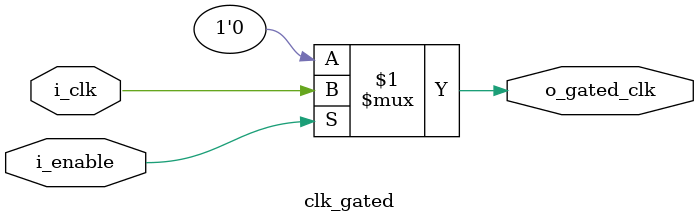
<source format=sv>
module clk_gated(
    input  logic i_clk,
    input  logic i_enable,

    output logic o_gated_clk
);

assign o_gated_clk = i_enable? i_clk : 1'b0;
    
endmodule

</source>
